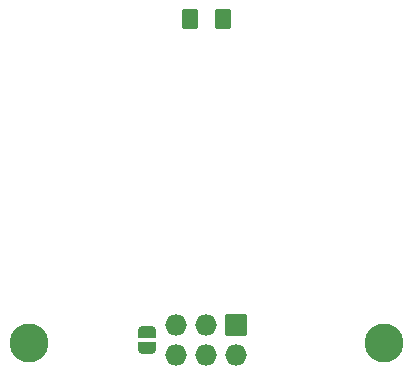
<source format=gbs>
G04 #@! TF.GenerationSoftware,KiCad,Pcbnew,6.0.9-8da3e8f707~116~ubuntu20.04.1*
G04 #@! TF.CreationDate,2023-05-05T17:12:55+00:00*
G04 #@! TF.ProjectId,LEC009202,4c454330-3039-4323-9032-2e6b69636164,rev?*
G04 #@! TF.SameCoordinates,Original*
G04 #@! TF.FileFunction,Soldermask,Bot*
G04 #@! TF.FilePolarity,Negative*
%FSLAX46Y46*%
G04 Gerber Fmt 4.6, Leading zero omitted, Abs format (unit mm)*
G04 Created by KiCad (PCBNEW 6.0.9-8da3e8f707~116~ubuntu20.04.1) date 2023-05-05 17:12:55*
%MOMM*%
%LPD*%
G01*
G04 APERTURE LIST*
G04 Aperture macros list*
%AMRoundRect*
0 Rectangle with rounded corners*
0 $1 Rounding radius*
0 $2 $3 $4 $5 $6 $7 $8 $9 X,Y pos of 4 corners*
0 Add a 4 corners polygon primitive as box body*
4,1,4,$2,$3,$4,$5,$6,$7,$8,$9,$2,$3,0*
0 Add four circle primitives for the rounded corners*
1,1,$1+$1,$2,$3*
1,1,$1+$1,$4,$5*
1,1,$1+$1,$6,$7*
1,1,$1+$1,$8,$9*
0 Add four rect primitives between the rounded corners*
20,1,$1+$1,$2,$3,$4,$5,0*
20,1,$1+$1,$4,$5,$6,$7,0*
20,1,$1+$1,$6,$7,$8,$9,0*
20,1,$1+$1,$8,$9,$2,$3,0*%
%AMFreePoly0*
4,1,37,0.535355,0.785355,0.550000,0.750000,0.550000,-0.750000,0.535355,-0.785355,0.500000,-0.800000,0.000000,-0.800000,-0.012524,-0.794812,-0.080857,-0.793560,-0.094851,-0.791293,-0.230166,-0.749018,-0.242962,-0.742915,-0.360972,-0.664360,-0.371540,-0.654911,-0.462760,-0.546392,-0.470252,-0.534356,-0.527347,-0.404597,-0.531159,-0.390943,-0.548742,-0.256483,-0.547388,-0.256306,-0.550000,-0.250000,
-0.550000,0.250000,-0.549522,0.251153,-0.549368,0.263802,-0.527557,0.403879,-0.523412,0.417435,-0.463164,0.545760,-0.455381,0.557609,-0.361537,0.663867,-0.350741,0.673055,-0.230846,0.748703,-0.217905,0.754492,-0.081598,0.793449,-0.067552,0.795373,-0.011991,0.795033,0.000000,0.800000,0.500000,0.800000,0.535355,0.785355,0.535355,0.785355,$1*%
%AMFreePoly1*
4,1,37,0.012350,0.794884,0.074210,0.794507,0.088231,0.792412,0.224052,0.751793,0.236921,0.745846,0.355883,0.668739,0.366566,0.659420,0.459104,0.552023,0.466742,0.540080,0.525419,0.411028,0.529398,0.397421,0.549495,0.257088,0.550000,0.250000,0.550000,-0.250000,0.549996,-0.250610,0.549847,-0.262826,0.549158,-0.270511,0.525638,-0.410312,0.521328,-0.423818,0.459516,-0.551397,
0.451589,-0.563150,0.356454,-0.668254,0.345546,-0.677309,0.224736,-0.751486,0.211726,-0.757116,0.074953,-0.794405,0.060885,-0.796158,0.011462,-0.795252,0.000000,-0.800000,-0.500000,-0.800000,-0.535355,-0.785355,-0.550000,-0.750000,-0.550000,0.750000,-0.535355,0.785355,-0.500000,0.800000,0.000000,0.800000,0.012350,0.794884,0.012350,0.794884,$1*%
G04 Aperture macros list end*
%ADD10C,3.300000*%
%ADD11RoundRect,0.050000X-0.863600X0.863600X-0.863600X-0.863600X0.863600X-0.863600X0.863600X0.863600X0*%
%ADD12O,1.827200X1.827200*%
%ADD13RoundRect,0.050000X-0.600000X-0.800000X0.600000X-0.800000X0.600000X0.800000X-0.600000X0.800000X0*%
%ADD14FreePoly0,270.000000*%
%ADD15FreePoly1,270.000000*%
G04 APERTURE END LIST*
D10*
G04 #@! TO.C,H1*
X70000000Y-49000000D03*
G04 #@! TD*
G04 #@! TO.C,H2*
X100000000Y-49000000D03*
G04 #@! TD*
D11*
G04 #@! TO.C,J1*
X87500000Y-47500000D03*
D12*
X87500000Y-50040000D03*
X84960000Y-47500000D03*
X84960000Y-50040000D03*
X82420000Y-47500000D03*
X82420000Y-50040000D03*
G04 #@! TD*
D13*
G04 #@! TO.C,U1*
X86400000Y-21590000D03*
X83600000Y-21590000D03*
G04 #@! TD*
D14*
G04 #@! TO.C,JP1*
X80000000Y-48100000D03*
D15*
X80000000Y-49400000D03*
G04 #@! TD*
M02*

</source>
